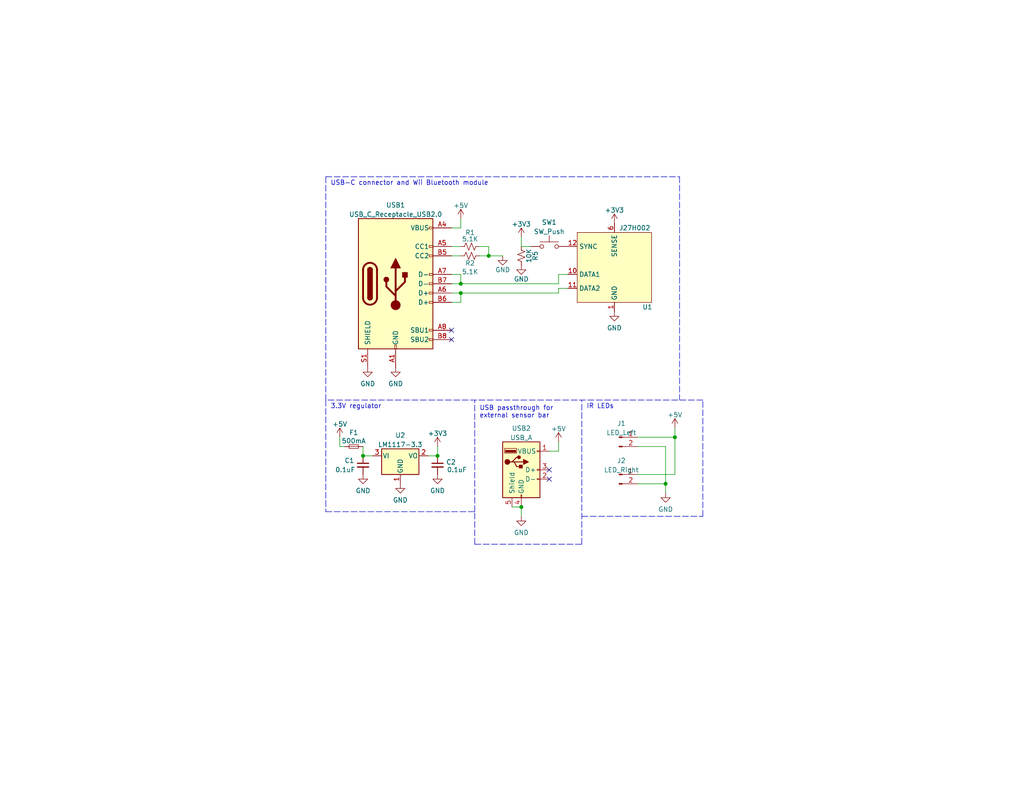
<source format=kicad_sch>
(kicad_sch (version 20211123) (generator eeschema)
  (paper "USLetter")
  (title_block (title "Wii Bluetooth Sensor Bar") (date "2022-06-29") (rev "A") (company "Ben's Universe") (comment 1 "Ben Owen"))
  (lib_symbols
    (symbol "Connector:Conn_01x02_Male" (pin_names (offset 1.016) hide)
      (property "Reference" "J" (at 0 2.54 0))
      (property "Value" "Conn_01x02_Male" (at 0 -5.08 0))
      (symbol "Conn_01x02_Male_1_1"
        (polyline (pts (xy 1.27 -2.54) (xy 0.8636 -2.54)) (stroke (width 0.1524)))
        (polyline (pts (xy 1.27 0) (xy 0.8636 0)) (stroke (width 0.1524)))
        (rectangle (start 0.8636 -2.413) (end 0 -2.667) (stroke (width 0.1524)) (fill (type outline)))
        (rectangle (start 0.8636 0.127) (end 0 -0.127) (stroke (width 0.1524)) (fill (type outline)))
        (pin passive line (at 5.08 0 180) (length 3.81) (name "Pin_1") (number "1"))
        (pin passive line (at 5.08 -2.54 180) (length 3.81) (name "Pin_2") (number "2"))
      )
    )
    (symbol "Connector:USB_A" (pin_names (offset 1.016))
      (property "Reference" "J" (at -5.08 11.43 0))
      (property "Value" "USB_A" (at -5.08 8.89 0))
      (symbol "USB_A_0_1"
        (rectangle (start -5.08 -7.62) (end 5.08 7.62) (stroke (width 0.254)) (fill (type background)))
        (circle (center -3.81 2.159) (radius 0.635) (stroke (width 0.254)) (fill (type outline)))
        (rectangle (start -1.524 4.826) (end -4.318 5.334) (fill (type outline)))
        (rectangle (start -1.27 4.572) (end -4.572 5.842))
        (circle (center -0.635 3.429) (radius 0.381) (stroke (width 0.254)) (fill (type outline)))
        (rectangle (start -0.127 -7.62) (end 0.127 -6.858))
        (polyline (pts (xy -3.175 2.159) (xy -2.54 2.159) (xy -1.27 3.429) (xy -0.635 3.429)) (stroke (width 0.254)))
        (polyline (pts (xy -2.54 2.159) (xy -1.905 2.159) (xy -1.27 0.889) (xy 0 0.889)) (stroke (width 0.254)))
        (polyline (pts (xy 0.635 2.794) (xy 0.635 1.524) (xy 1.905 2.159) (xy 0.635 2.794)) (stroke (width 0.254)) (fill (type outline)))
        (rectangle (start 0.254 1.27) (end -0.508 0.508) (stroke (width 0.254)) (fill (type outline)))
        (rectangle (start 5.08 -2.667) (end 4.318 -2.413))
        (rectangle (start 5.08 -0.127) (end 4.318 0.127))
        (rectangle (start 5.08 4.953) (end 4.318 5.207))
      )
      (symbol "USB_A_1_1"
        (polyline (pts (xy -1.905 2.159) (xy 0.635 2.159)) (stroke (width 0.254)))
        (pin power_in line (at 7.62 5.08 180) (length 2.54) (name "VBUS") (number "1"))
        (pin bidirectional line (at 7.62 -2.54 180) (length 2.54) (name "D-") (number "2"))
        (pin bidirectional line (at 7.62 0 180) (length 2.54) (name "D+") (number "3"))
        (pin power_in line (at 0 -10.16 90) (length 2.54) (name "GND") (number "4"))
        (pin passive line (at -2.54 -10.16 90) (length 2.54) (name "Shield") (number "5"))
      )
    )
    (symbol "Connector:USB_C_Receptacle_USB2.0" (pin_names (offset 1.016))
      (property "Reference" "J" (at -10.16 19.05 0))
      (property "Value" "USB_C_Receptacle_USB2.0" (at 19.05 19.05 0))
      (symbol "USB_C_Receptacle_USB2.0_0_0"
        (rectangle (start -0.254 -17.78) (end 0.254 -16.764))
        (rectangle (start 10.16 -14.986) (end 9.144 -15.494))
        (rectangle (start 10.16 -12.446) (end 9.144 -12.954))
        (rectangle (start 10.16 -4.826) (end 9.144 -5.334))
        (rectangle (start 10.16 -2.286) (end 9.144 -2.794))
        (rectangle (start 10.16 0.254) (end 9.144 -0.254))
        (rectangle (start 10.16 2.794) (end 9.144 2.286))
        (rectangle (start 10.16 7.874) (end 9.144 7.366))
        (rectangle (start 10.16 10.414) (end 9.144 9.906))
        (rectangle (start 10.16 15.494) (end 9.144 14.986))
      )
      (symbol "USB_C_Receptacle_USB2.0_0_1"
        (rectangle (start -10.16 17.78) (end 10.16 -17.78) (stroke (width 0.254)) (fill (type background)))
        (arc (start -8.89 -3.81) (mid -6.985 -5.715) (end -5.08 -3.81) (stroke (width 0.508)))
        (arc (start -7.62 -3.81) (mid -6.985 -4.445) (end -6.35 -3.81) (stroke (width 0.254)))
        (arc (start -7.62 -3.81) (mid -6.985 -4.445) (end -6.35 -3.81) (stroke (width 0.254)) (fill (type outline)))
        (rectangle (start -7.62 -3.81) (end -6.35 3.81) (stroke (width 0.254)) (fill (type outline)))
        (arc (start -6.35 3.81) (mid -6.985 4.445) (end -7.62 3.81) (stroke (width 0.254)))
        (arc (start -6.35 3.81) (mid -6.985 4.445) (end -7.62 3.81) (stroke (width 0.254)) (fill (type outline)))
        (arc (start -5.08 3.81) (mid -6.985 5.715) (end -8.89 3.81) (stroke (width 0.508)))
        (circle (center -2.54 1.143) (radius 0.635) (stroke (width 0.254)) (fill (type outline)))
        (circle (center 0 -5.842) (radius 1.27) (fill (type outline)))
        (polyline (pts (xy -8.89 -3.81) (xy -8.89 3.81)) (stroke (width 0.508)))
        (polyline (pts (xy -5.08 3.81) (xy -5.08 -3.81)) (stroke (width 0.508)))
        (polyline (pts (xy 0 -5.842) (xy 0 4.318)) (stroke (width 0.508)))
        (polyline (pts (xy 0 -3.302) (xy -2.54 -0.762) (xy -2.54 0.508)) (stroke (width 0.508)))
        (polyline (pts (xy 0 -2.032) (xy 2.54 0.508) (xy 2.54 1.778)) (stroke (width 0.508)))
        (polyline (pts (xy -1.27 4.318) (xy 0 6.858) (xy 1.27 4.318) (xy -1.27 4.318)) (stroke (width 0.254)) (fill (type outline)))
        (rectangle (start 1.905 1.778) (end 3.175 3.048) (stroke (width 0.254)) (fill (type outline)))
      )
      (symbol "USB_C_Receptacle_USB2.0_1_1"
        (pin passive line (at 0 -22.86 90) (length 5.08) (name "GND") (number "A1"))
        (pin passive line (at 0 -22.86 90) (length 5.08) hide (name "GND") (number "A12"))
        (pin passive line (at 15.24 15.24 180) (length 5.08) (name "VBUS") (number "A4"))
        (pin bidirectional line (at 15.24 10.16 180) (length 5.08) (name "CC1") (number "A5"))
        (pin bidirectional line (at 15.24 -2.54 180) (length 5.08) (name "D+") (number "A6"))
        (pin bidirectional line (at 15.24 2.54 180) (length 5.08) (name "D-") (number "A7"))
        (pin bidirectional line (at 15.24 -12.7 180) (length 5.08) (name "SBU1") (number "A8"))
        (pin passive line (at 15.24 15.24 180) (length 5.08) hide (name "VBUS") (number "A9"))
        (pin passive line (at 0 -22.86 90) (length 5.08) hide (name "GND") (number "B1"))
        (pin passive line (at 0 -22.86 90) (length 5.08) hide (name "GND") (number "B12"))
        (pin passive line (at 15.24 15.24 180) (length 5.08) hide (name "VBUS") (number "B4"))
        (pin bidirectional line (at 15.24 7.62 180) (length 5.08) (name "CC2") (number "B5"))
        (pin bidirectional line (at 15.24 -5.08 180) (length 5.08) (name "D+") (number "B6"))
        (pin bidirectional line (at 15.24 0 180) (length 5.08) (name "D-") (number "B7"))
        (pin bidirectional line (at 15.24 -15.24 180) (length 5.08) (name "SBU2") (number "B8"))
        (pin passive line (at 15.24 15.24 180) (length 5.08) hide (name "VBUS") (number "B9"))
        (pin passive line (at -7.62 -22.86 90) (length 5.08) (name "SHIELD") (number "S1"))
      )
    )
    (symbol "Device:C_Small" (pin_numbers hide) (pin_names (offset 0.254) hide)
      (property "Reference" "C" (at 0.254 1.778 0))
      (property "Value" "C_Small" (at 0.254 -2.032 0))
      (symbol "C_Small_0_1"
        (polyline (pts (xy -1.524 -0.508) (xy 1.524 -0.508)) (stroke (width 0.3302)))
        (polyline (pts (xy -1.524 0.508) (xy 1.524 0.508)) (stroke (width 0.3048)))
      )
      (symbol "C_Small_1_1"
        (pin passive line (at 0 2.54 270) (length 2.032) (name "~") (number "1"))
        (pin passive line (at 0 -2.54 90) (length 2.032) (name "~") (number "2"))
      )
    )
    (symbol "Device:Fuse_Small" (pin_numbers hide) (pin_names (offset 0.254) hide)
      (property "Reference" "F" (at 0 -1.524 0))
      (property "Value" "Fuse_Small" (at 0 1.524 0))
      (symbol "Fuse_Small_0_1"
        (rectangle (start -1.27 0.508) (end 1.27 -0.508))
        (polyline (pts (xy -1.27 0) (xy 1.27 0)))
      )
      (symbol "Fuse_Small_1_1"
        (pin passive line (at -2.54 0 0) (length 1.27) (name "~") (number "1"))
        (pin passive line (at 2.54 0 180) (length 1.27) (name "~") (number "2"))
      )
    )
    (symbol "Device:R_Small_US" (pin_numbers hide) (pin_names (offset 0.254) hide)
      (property "Reference" "R" (at 0.762 0.508 0))
      (property "Value" "R_Small_US" (at 0.762 -1.016 0))
      (symbol "R_Small_US_1_1"
        (polyline (pts (xy 0 0) (xy 1.016 -0.381) (xy 0 -0.762) (xy -1.016 -1.143) (xy 0 -1.524)))
        (polyline (pts (xy 0 1.524) (xy 1.016 1.143) (xy 0 0.762) (xy -1.016 0.381) (xy 0 0)))
        (pin passive line (at 0 2.54 270) (length 1.016) (name "~") (number "1"))
        (pin passive line (at 0 -2.54 90) (length 1.016) (name "~") (number "2"))
      )
    )
    (symbol "Regulator_Linear:LM1117-3.3" (pin_names (offset 0.254))
      (property "Reference" "U" (at -3.81 3.175 0))
      (property "Value" "LM1117-3.3" (at 0 3.175 0))
      (symbol "LM1117-3.3_0_1"
        (rectangle (start -5.08 -5.08) (end 5.08 1.905) (stroke (width 0.254)) (fill (type background)))
      )
      (symbol "LM1117-3.3_1_1"
        (pin power_in line (at 0 -7.62 90) (length 2.54) (name "GND") (number "1"))
        (pin power_out line (at 7.62 0 180) (length 2.54) (name "VO") (number "2"))
        (pin power_in line (at -7.62 0 0) (length 2.54) (name "VI") (number "3"))
      )
    )
    (symbol "Switch:SW_Push" (pin_numbers hide) (pin_names (offset 1.016) hide)
      (property "Reference" "SW" (at 1.27 2.54 0))
      (property "Value" "SW_Push" (at 0 -1.524 0))
      (symbol "SW_Push_0_1"
        (circle (center -2.032 0) (radius 0.508))
        (polyline (pts (xy 0 1.27) (xy 0 3.048)))
        (polyline (pts (xy 2.54 1.27) (xy -2.54 1.27)))
        (circle (center 2.032 0) (radius 0.508))
        (pin passive line (at -5.08 0 0) (length 2.54) (name "1") (number "1"))
        (pin passive line (at 5.08 0 180) (length 2.54) (name "2") (number "2"))
      )
    )
    (symbol "Wii Bluetooth Module:J27H002"
      (property "Reference" "U" (at 8.89 -10.16 0))
      (property "Value" "J27H002" (at 6.35 11.43 0))
      (symbol "J27H002_0_1"
        (rectangle (start -10.16 10.16) (end 10.16 -8.89) (stroke (width 0.1524)) (fill (type background)))
      )
      (symbol "J27H002_1_1"
        (pin power_in line (at 0 -11.43 90) (length 2.54) (name "GND") (number "1"))
        (pin bidirectional line (at -12.7 -1.27 0) (length 2.54) (name "DATA1") (number "10"))
        (pin bidirectional line (at -12.7 -5.08 0) (length 2.54) (name "DATA2") (number "11"))
        (pin input line (at -12.7 6.35 0) (length 2.54) (name "SYNC") (number "12"))
        (pin power_in line (at 0 12.7 270) (length 2.54) hide (name "SENSE") (number "13"))
        (pin power_in line (at 0 -11.43 90) (length 2.54) hide (name "GND") (number "16"))
        (pin power_in line (at 0 12.7 270) (length 2.54) (name "SENSE") (number "6"))
        (pin power_in line (at 0 12.7 270) (length 2.54) hide (name "SENSE") (number "7"))
        (pin power_in line (at 0 -11.43 90) (length 2.54) hide (name "GND") (number "8"))
        (pin power_in line (at 0 -11.43 90) (length 2.54) hide (name "GND") (number "9"))
      )
    )
    (symbol "power:+3V3" (power) (pin_names (offset 0))
      (property "Value" "+3V3" (at 0 3.556 0))
      (symbol "+3V3_0_1"
        (polyline (pts (xy -0.762 1.27) (xy 0 2.54)))
        (polyline (pts (xy 0 0) (xy 0 2.54)))
        (polyline (pts (xy 0 2.54) (xy 0.762 1.27)))
      )
      (symbol "+3V3_1_1"
        (pin power_in line (at 0 0 90) (length 0) hide (name "+3V3") (number "1"))
      )
    )
    (symbol "power:+5V" (power) (pin_names (offset 0))
      (property "Value" "+5V" (at 0 3.556 0))
      (symbol "+5V_0_1"
        (polyline (pts (xy -0.762 1.27) (xy 0 2.54)))
        (polyline (pts (xy 0 0) (xy 0 2.54)))
        (polyline (pts (xy 0 2.54) (xy 0.762 1.27)))
      )
      (symbol "+5V_1_1"
        (pin power_in line (at 0 0 90) (length 0) hide (name "+5V") (number "1"))
      )
    )
    (symbol "power:GND" (power) (pin_names (offset 0))
      (property "Value" "GND" (at 0 -3.81 0))
      (symbol "GND_0_1"
        (polyline (pts (xy 0 0) (xy 0 -1.27) (xy 1.27 -1.27) (xy 0 -2.54) (xy -1.27 -1.27) (xy 0 -1.27)))
      )
      (symbol "GND_1_1"
        (pin power_in line (at 0 0 270) (length 0) hide (name "GND") (number "1"))
      )
    )
  )
  (junction (at 181.61 132.08))
  (junction (at 133.35 69.85))
  (junction (at 125.73 77.47))
  (junction (at 119.38 124.46))
  (junction (at 142.24 138.43))
  (junction (at 125.73 80.01))
  (junction (at 184.15 119.38))
  (junction (at 99.06 124.46))
  (no_connect (at 123.19 92.71))
  (no_connect (at 123.19 90.17))
  (no_connect (at 149.86 128.27))
  (no_connect (at 149.86 130.81))
  (wire (pts (xy 123.19 69.85) (xy 125.73 69.85)))
  (wire (pts (xy 125.73 62.23) (xy 123.19 62.23)))
  (wire (pts (xy 142.24 138.43) (xy 142.24 140.97)))
  (wire (pts (xy 173.99 129.54) (xy 184.15 129.54)))
  (wire (pts (xy 142.24 64.77) (xy 142.24 67.31)))
  (wire (pts (xy 142.24 67.31) (xy 144.78 67.31)))
  (wire (pts (xy 133.35 69.85) (xy 137.16 69.85)))
  (polyline (pts (xy 129.54 139.7) (xy 129.54 109.22)))
  (wire (pts (xy 123.19 82.55) (xy 125.73 82.55)))
  (wire (pts (xy 181.61 121.92) (xy 173.99 121.92)))
  (wire (pts (xy 125.73 59.69) (xy 125.73 62.23)))
  (wire (pts (xy 119.38 121.92) (xy 119.38 124.46)))
  (polyline (pts (xy 88.9 139.7) (xy 129.54 139.7)))
  (polyline (pts (xy 88.9 109.22) (xy 88.9 139.7)))
  (polyline (pts (xy 191.77 109.22) (xy 88.9 109.22)))
  (wire (pts (xy 139.7 138.43) (xy 142.24 138.43)))
  (wire (pts (xy 181.61 132.08) (xy 181.61 134.62)))
  (polyline (pts (xy 129.54 148.59) (xy 158.75 148.59)))
  (wire (pts (xy 184.15 129.54) (xy 184.15 119.38)))
  (wire (pts (xy 152.4 78.74) (xy 152.4 80.01)))
  (wire (pts (xy 123.19 74.93) (xy 125.73 74.93)))
  (wire (pts (xy 152.4 77.47) (xy 152.4 74.93)))
  (wire (pts (xy 125.73 77.47) (xy 125.73 74.93)))
  (polyline (pts (xy 185.42 48.26) (xy 185.42 109.22)))
  (wire (pts (xy 99.06 121.92) (xy 99.06 124.46)))
  (wire (pts (xy 92.71 121.92) (xy 93.98 121.92)))
  (wire (pts (xy 125.73 77.47) (xy 152.4 77.47)))
  (polyline (pts (xy 88.9 48.26) (xy 88.9 109.22)))
  (wire (pts (xy 173.99 132.08) (xy 181.61 132.08)))
  (polyline (pts (xy 191.77 140.97) (xy 191.77 109.22)))
  (wire (pts (xy 125.73 82.55) (xy 125.73 80.01)))
  (wire (pts (xy 181.61 132.08) (xy 181.61 121.92)))
  (polyline (pts (xy 158.75 140.97) (xy 191.77 140.97)))
  (wire (pts (xy 152.4 74.93) (xy 154.94 74.93)))
  (wire (pts (xy 130.81 69.85) (xy 133.35 69.85)))
  (wire (pts (xy 130.81 67.31) (xy 133.35 67.31)))
  (wire (pts (xy 154.94 78.74) (xy 152.4 78.74)))
  (wire (pts (xy 92.71 119.38) (xy 92.71 121.92)))
  (polyline (pts (xy 129.54 148.59) (xy 129.54 139.7)))
  (wire (pts (xy 184.15 119.38) (xy 173.99 119.38)))
  (wire (pts (xy 99.06 124.46) (xy 101.6 124.46)))
  (polyline (pts (xy 88.9 48.26) (xy 185.42 48.26)))
  (wire (pts (xy 123.19 67.31) (xy 125.73 67.31)))
  (wire (pts (xy 125.73 80.01) (xy 123.19 80.01)))
  (wire (pts (xy 133.35 67.31) (xy 133.35 69.85)))
  (wire (pts (xy 152.4 123.19) (xy 149.86 123.19)))
  (polyline (pts (xy 158.75 148.59) (xy 158.75 109.22)))
  (wire (pts (xy 123.19 77.47) (xy 125.73 77.47)))
  (wire (pts (xy 152.4 80.01) (xy 125.73 80.01)))
  (wire (pts (xy 152.4 120.65) (xy 152.4 123.19)))
  (wire (pts (xy 184.15 116.84) (xy 184.15 119.38)))
  (wire (pts (xy 119.38 124.46) (xy 116.84 124.46)))
  (text "USB passthrough for\nexternal sensor bar" (at 130.81 114.3 0) (effects (font (size 1.27 1.27)) (justify left bottom)))
  (text "3.3V regulator" (at 90.17 111.76 0) (effects (font (size 1.27 1.27)) (justify left bottom)))
  (text "USB-C connector and Wii Bluetooth module" (at 90.17 50.8 0) (effects (font (size 1.27 1.27)) (justify left bottom)))
  (text "IR LEDs" (at 160.02 111.76 0) (effects (font (size 1.27 1.27)) (justify left bottom)))
  (symbol (lib_id "power:GND") (at 167.64 85.09 0) (unit 1)
    (property "Reference" "#PWR0114" (effects hide))
    (property "Value" "GND" (at 167.64 89.5334 0))
  )
  (symbol (lib_id "power:GND") (at 181.61 134.62 0) (unit 1)
    (property "Reference" "#PWR0110" (effects hide))
    (property "Value" "GND" (at 181.61 139.0634 0))
  )
  (symbol (lib_id "power:GND") (at 119.38 129.54 0) (unit 1)
    (property "Reference" "#PWR0106" (effects hide))
    (property "Value" "GND" (at 119.38 133.9834 0))
  )
  (symbol (lib_id "power:+3V3") (at 142.24 64.77 0) (unit 1)
    (property "Reference" "#PWR0112" (effects hide))
    (property "Value" "+3V3" (at 142.24 61.1942 0))
  )
  (symbol (lib_id "power:GND") (at 99.06 129.54 0) (unit 1)
    (property "Reference" "#PWR0105" (effects hide))
    (property "Value" "GND" (at 99.06 133.9834 0))
  )
  (symbol (lib_id "Device:R_Small_US") (at 142.24 69.85 0) (unit 1)
    (property "Reference" "R5" (at 146.05 69.85 90))
    (property "Value" "10K" (at 144.2919 69.85 90))
    (property "Footprint" "Resistor_SMD:R_0805_2012Metric_Pad1.20x1.40mm_HandSolder" (effects hide))
  )
  (symbol (lib_id "power:GND") (at 142.24 72.39 0) (unit 1)
    (property "Reference" "#PWR0117" (effects hide))
    (property "Value" "GND" (at 142.24 76.2 0))
  )
  (symbol (lib_id "Connector:USB_C_Receptacle_USB2.0") (at 107.95 77.47 0) (unit 1)
    (property "Reference" "USB1" (at 107.95 55.9902 0))
    (property "Value" "USB_C_Receptacle_USB2.0" (at 107.95 58.5271 0))
    (property "Footprint" "Connector_USB_Other:USB_C_Receptacle_Amphenol_C12402012" (effects hide))
    (property "Datasheet" "https://www.usb.org/sites/default/files/documents/usb_type-c.zip" (effects hide))
  )
  (symbol (lib_id "Device:R_Small_US") (at 128.27 67.31 90) (unit 1)
    (property "Reference" "R1" (at 128.27 63.5 90))
    (property "Value" "5.1K" (at 128.27 65.2581 90))
    (property "Footprint" "Resistor_SMD:R_0805_2012Metric_Pad1.20x1.40mm_HandSolder" (effects hide))
  )
  (symbol (lib_id "power:+5V") (at 92.71 119.38 0) (unit 1)
    (property "Reference" "#PWR0103" (effects hide))
    (property "Value" "+5V" (at 92.71 115.8042 0))
  )
  (symbol (lib_id "power:+5V") (at 184.15 116.84 0) (unit 1)
    (property "Reference" "#PWR0109" (effects hide))
    (property "Value" "+5V" (at 184.15 113.2642 0))
  )
  (symbol (lib_id "Regulator_Linear:LM1117-3.3") (at 109.22 124.46 0) (unit 1)
    (property "Reference" "U2" (at 109.22 118.8552 0))
    (property "Value" "LM1117-3.3" (at 109.22 121.3921 0))
    (property "Footprint" "Package_TO_SOT_SMD:SOT-223-3_TabPin2" (effects hide))
    (property "Datasheet" "http://www.ti.com/lit/ds/symlink/lm1117.pdf" (effects hide))
  )
  (symbol (lib_id "power:GND") (at 137.16 69.85 0) (unit 1)
    (property "Reference" "#PWR0116" (effects hide))
    (property "Value" "GND" (at 137.16 73.66 0))
  )
  (symbol (lib_id "Connector:Conn_01x02_Male") (at 168.91 119.38 0) (unit 1)
    (property "Reference" "J1" (at 169.545 115.604 0))
    (property "Value" "LED_Left" (at 169.545 118.1409 0))
    (property "Footprint" "Connector_PinHeader_2.54mm:PinHeader_1x02_P2.54mm_Vertical" (effects hide))
  )
  (symbol (lib_id "power:GND") (at 142.24 140.97 0) (unit 1)
    (property "Reference" "#PWR0111" (effects hide))
    (property "Value" "GND" (at 142.24 145.4134 0))
  )
  (symbol (lib_id "power:+3V3") (at 119.38 121.92 0) (unit 1)
    (property "Reference" "#PWR0107" (effects hide))
    (property "Value" "+3V3" (at 119.38 118.3442 0))
  )
  (symbol (lib_id "power:GND") (at 109.22 132.08 0) (unit 1)
    (property "Reference" "#PWR0104" (effects hide))
    (property "Value" "GND" (at 109.22 136.5234 0))
  )
  (symbol (lib_id "power:+5V") (at 125.73 59.69 0) (unit 1)
    (property "Reference" "#PWR0113" (effects hide))
    (property "Value" "+5V" (at 125.73 56.1142 0))
  )
  (symbol (lib_id "Device:C_Small") (at 99.06 127 0) (unit 1)
    (property "Reference" "C1" (at 93.98 125.73 0) (effects (justify left)))
    (property "Value" "0.1uF" (at 91.44 128.27 0) (effects (justify left)))
    (property "Footprint" "Capacitor_SMD:C_0805_2012Metric_Pad1.18x1.45mm_HandSolder" (effects hide))
  )
  (symbol (lib_id "power:GND") (at 107.95 100.33 0) (unit 1)
    (property "Reference" "#PWR0102" (effects hide))
    (property "Value" "GND" (at 107.95 104.7734 0))
  )
  (symbol (lib_id "Switch:SW_Push") (at 149.86 67.31 0) (unit 1)
    (property "Reference" "SW1" (at 149.86 60.6892 0))
    (property "Value" "SW_Push" (at 149.86 63.2261 0))
    (property "Footprint" "Button_Switch_SMD:SW_SPST_EVPBF" (effects hide))
  )
  (symbol (lib_id "Connector:USB_A") (at 142.24 128.27 0) (unit 1)
    (property "Reference" "USB2" (at 142.24 116.9502 0))
    (property "Value" "USB_A" (at 142.24 119.4871 0))
    (property "Footprint" "Connector_USB:USB_A_Molex_67643_Horizontal" (effects hide))
    (property "Datasheet" " ~" (effects hide))
  )
  (symbol (lib_id "Connector:Conn_01x02_Male") (at 168.91 129.54 0) (unit 1)
    (property "Reference" "J2" (at 169.545 125.764 0))
    (property "Value" "LED_Right" (at 169.545 128.3009 0))
    (property "Footprint" "Connector_PinHeader_2.54mm:PinHeader_1x02_P2.54mm_Vertical" (effects hide))
  )
  (symbol (lib_id "power:+3V3") (at 167.64 60.96 0) (unit 1)
    (property "Reference" "#PWR0115" (effects hide))
    (property "Value" "+3V3" (at 167.64 57.3842 0))
  )
  (symbol (lib_id "power:GND") (at 100.33 100.33 0) (unit 1)
    (property "Reference" "#PWR0101" (effects hide))
    (property "Value" "GND" (at 100.33 104.7734 0))
  )
  (symbol (lib_id "Device:C_Small") (at 119.38 127 0) (unit 1)
    (property "Reference" "C2" (at 121.7041 126.1716 0) (effects (justify left)))
    (property "Value" "0.1uF" (at 121.92 128.27 0) (effects (justify left)))
    (property "Footprint" "Capacitor_SMD:C_0805_2012Metric_Pad1.18x1.45mm_HandSolder" (effects hide))
  )
  (symbol (lib_id "Device:Fuse_Small") (at 96.52 121.92 0) (unit 1)
    (property "Reference" "F1" (at 96.52 118.11 0))
    (property "Value" "500mA" (at 96.52 120.3761 0))
    (property "Footprint" "Fuse:Fuse_0805_2012Metric_Pad1.15x1.40mm_HandSolder" (effects hide))
  )
  (symbol (lib_id "Wii Bluetooth Module:J27H002") (at 167.64 73.66 0) (unit 1)
    (property "Reference" "U1" (at 175.26 83.82 0) (effects (justify left)))
    (property "Value" "J27H002" (at 168.91 62.23 0) (effects (justify left)))
    (property "Footprint" "Connector_Other:J27H002" (effects hide))
  )
  (symbol (lib_id "power:+5V") (at 152.4 120.65 0) (unit 1)
    (property "Reference" "#PWR0108" (effects hide))
    (property "Value" "+5V" (at 152.4 117.0742 0))
  )
  (symbol (lib_id "Device:R_Small_US") (at 128.27 69.85 90) (unit 1)
    (property "Reference" "R2" (at 128.27 71.12 90) (effects (justify bottom)))
    (property "Value" "5.1K" (at 128.27 74.93 90) (effects (justify top)))
    (property "Footprint" "Resistor_SMD:R_0805_2012Metric_Pad1.20x1.40mm_HandSolder" (effects hide))
  )
)
</source>
